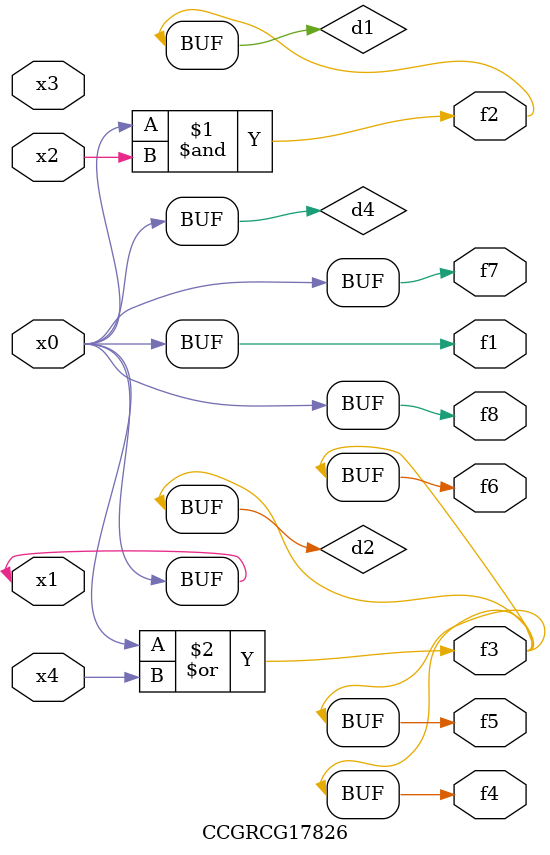
<source format=v>
module CCGRCG17826(
	input x0, x1, x2, x3, x4,
	output f1, f2, f3, f4, f5, f6, f7, f8
);

	wire d1, d2, d3, d4;

	and (d1, x0, x2);
	or (d2, x0, x4);
	nand (d3, x0, x2);
	buf (d4, x0, x1);
	assign f1 = d4;
	assign f2 = d1;
	assign f3 = d2;
	assign f4 = d2;
	assign f5 = d2;
	assign f6 = d2;
	assign f7 = d4;
	assign f8 = d4;
endmodule

</source>
